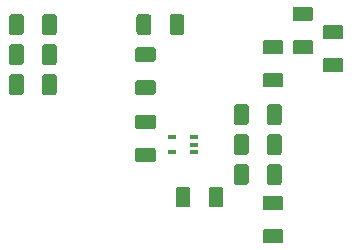
<source format=gbr>
G04 #@! TF.GenerationSoftware,KiCad,Pcbnew,(5.1.5)-3*
G04 #@! TF.CreationDate,2020-03-14T15:22:24+01:00*
G04 #@! TF.ProjectId,SesnorBoard,5365736e-6f72-4426-9f61-72642e6b6963,rev?*
G04 #@! TF.SameCoordinates,Original*
G04 #@! TF.FileFunction,Paste,Bot*
G04 #@! TF.FilePolarity,Positive*
%FSLAX46Y46*%
G04 Gerber Fmt 4.6, Leading zero omitted, Abs format (unit mm)*
G04 Created by KiCad (PCBNEW (5.1.5)-3) date 2020-03-14 15:22:24*
%MOMM*%
%LPD*%
G04 APERTURE LIST*
%ADD10C,0.100000*%
%ADD11R,0.650000X0.400000*%
G04 APERTURE END LIST*
D10*
G36*
X70754504Y301228796D02*
G01*
X70778773Y301225196D01*
X70802571Y301219235D01*
X70825671Y301210970D01*
X70847849Y301200480D01*
X70868893Y301187867D01*
X70888598Y301173253D01*
X70906777Y301156777D01*
X70923253Y301138598D01*
X70937867Y301118893D01*
X70950480Y301097849D01*
X70960970Y301075671D01*
X70969235Y301052571D01*
X70975196Y301028773D01*
X70978796Y301004504D01*
X70980000Y300980000D01*
X70980000Y299730000D01*
X70978796Y299705496D01*
X70975196Y299681227D01*
X70969235Y299657429D01*
X70960970Y299634329D01*
X70950480Y299612151D01*
X70937867Y299591107D01*
X70923253Y299571402D01*
X70906777Y299553223D01*
X70888598Y299536747D01*
X70868893Y299522133D01*
X70847849Y299509520D01*
X70825671Y299499030D01*
X70802571Y299490765D01*
X70778773Y299484804D01*
X70754504Y299481204D01*
X70730000Y299480000D01*
X69980000Y299480000D01*
X69955496Y299481204D01*
X69931227Y299484804D01*
X69907429Y299490765D01*
X69884329Y299499030D01*
X69862151Y299509520D01*
X69841107Y299522133D01*
X69821402Y299536747D01*
X69803223Y299553223D01*
X69786747Y299571402D01*
X69772133Y299591107D01*
X69759520Y299612151D01*
X69749030Y299634329D01*
X69740765Y299657429D01*
X69734804Y299681227D01*
X69731204Y299705496D01*
X69730000Y299730000D01*
X69730000Y300980000D01*
X69731204Y301004504D01*
X69734804Y301028773D01*
X69740765Y301052571D01*
X69749030Y301075671D01*
X69759520Y301097849D01*
X69772133Y301118893D01*
X69786747Y301138598D01*
X69803223Y301156777D01*
X69821402Y301173253D01*
X69841107Y301187867D01*
X69862151Y301200480D01*
X69884329Y301210970D01*
X69907429Y301219235D01*
X69931227Y301225196D01*
X69955496Y301228796D01*
X69980000Y301230000D01*
X70730000Y301230000D01*
X70754504Y301228796D01*
G37*
G36*
X73554504Y301228796D02*
G01*
X73578773Y301225196D01*
X73602571Y301219235D01*
X73625671Y301210970D01*
X73647849Y301200480D01*
X73668893Y301187867D01*
X73688598Y301173253D01*
X73706777Y301156777D01*
X73723253Y301138598D01*
X73737867Y301118893D01*
X73750480Y301097849D01*
X73760970Y301075671D01*
X73769235Y301052571D01*
X73775196Y301028773D01*
X73778796Y301004504D01*
X73780000Y300980000D01*
X73780000Y299730000D01*
X73778796Y299705496D01*
X73775196Y299681227D01*
X73769235Y299657429D01*
X73760970Y299634329D01*
X73750480Y299612151D01*
X73737867Y299591107D01*
X73723253Y299571402D01*
X73706777Y299553223D01*
X73688598Y299536747D01*
X73668893Y299522133D01*
X73647849Y299509520D01*
X73625671Y299499030D01*
X73602571Y299490765D01*
X73578773Y299484804D01*
X73554504Y299481204D01*
X73530000Y299480000D01*
X72780000Y299480000D01*
X72755496Y299481204D01*
X72731227Y299484804D01*
X72707429Y299490765D01*
X72684329Y299499030D01*
X72662151Y299509520D01*
X72641107Y299522133D01*
X72621402Y299536747D01*
X72603223Y299553223D01*
X72586747Y299571402D01*
X72572133Y299591107D01*
X72559520Y299612151D01*
X72549030Y299634329D01*
X72540765Y299657429D01*
X72534804Y299681227D01*
X72531204Y299705496D01*
X72530000Y299730000D01*
X72530000Y300980000D01*
X72531204Y301004504D01*
X72534804Y301028773D01*
X72540765Y301052571D01*
X72549030Y301075671D01*
X72559520Y301097849D01*
X72572133Y301118893D01*
X72586747Y301138598D01*
X72603223Y301156777D01*
X72621402Y301173253D01*
X72641107Y301187867D01*
X72662151Y301200480D01*
X72684329Y301210970D01*
X72707429Y301219235D01*
X72731227Y301225196D01*
X72755496Y301228796D01*
X72780000Y301230000D01*
X73530000Y301230000D01*
X73554504Y301228796D01*
G37*
G36*
X73554504Y298688796D02*
G01*
X73578773Y298685196D01*
X73602571Y298679235D01*
X73625671Y298670970D01*
X73647849Y298660480D01*
X73668893Y298647867D01*
X73688598Y298633253D01*
X73706777Y298616777D01*
X73723253Y298598598D01*
X73737867Y298578893D01*
X73750480Y298557849D01*
X73760970Y298535671D01*
X73769235Y298512571D01*
X73775196Y298488773D01*
X73778796Y298464504D01*
X73780000Y298440000D01*
X73780000Y297190000D01*
X73778796Y297165496D01*
X73775196Y297141227D01*
X73769235Y297117429D01*
X73760970Y297094329D01*
X73750480Y297072151D01*
X73737867Y297051107D01*
X73723253Y297031402D01*
X73706777Y297013223D01*
X73688598Y296996747D01*
X73668893Y296982133D01*
X73647849Y296969520D01*
X73625671Y296959030D01*
X73602571Y296950765D01*
X73578773Y296944804D01*
X73554504Y296941204D01*
X73530000Y296940000D01*
X72780000Y296940000D01*
X72755496Y296941204D01*
X72731227Y296944804D01*
X72707429Y296950765D01*
X72684329Y296959030D01*
X72662151Y296969520D01*
X72641107Y296982133D01*
X72621402Y296996747D01*
X72603223Y297013223D01*
X72586747Y297031402D01*
X72572133Y297051107D01*
X72559520Y297072151D01*
X72549030Y297094329D01*
X72540765Y297117429D01*
X72534804Y297141227D01*
X72531204Y297165496D01*
X72530000Y297190000D01*
X72530000Y298440000D01*
X72531204Y298464504D01*
X72534804Y298488773D01*
X72540765Y298512571D01*
X72549030Y298535671D01*
X72559520Y298557849D01*
X72572133Y298578893D01*
X72586747Y298598598D01*
X72603223Y298616777D01*
X72621402Y298633253D01*
X72641107Y298647867D01*
X72662151Y298660480D01*
X72684329Y298670970D01*
X72707429Y298679235D01*
X72731227Y298685196D01*
X72755496Y298688796D01*
X72780000Y298690000D01*
X73530000Y298690000D01*
X73554504Y298688796D01*
G37*
G36*
X70754504Y298688796D02*
G01*
X70778773Y298685196D01*
X70802571Y298679235D01*
X70825671Y298670970D01*
X70847849Y298660480D01*
X70868893Y298647867D01*
X70888598Y298633253D01*
X70906777Y298616777D01*
X70923253Y298598598D01*
X70937867Y298578893D01*
X70950480Y298557849D01*
X70960970Y298535671D01*
X70969235Y298512571D01*
X70975196Y298488773D01*
X70978796Y298464504D01*
X70980000Y298440000D01*
X70980000Y297190000D01*
X70978796Y297165496D01*
X70975196Y297141227D01*
X70969235Y297117429D01*
X70960970Y297094329D01*
X70950480Y297072151D01*
X70937867Y297051107D01*
X70923253Y297031402D01*
X70906777Y297013223D01*
X70888598Y296996747D01*
X70868893Y296982133D01*
X70847849Y296969520D01*
X70825671Y296959030D01*
X70802571Y296950765D01*
X70778773Y296944804D01*
X70754504Y296941204D01*
X70730000Y296940000D01*
X69980000Y296940000D01*
X69955496Y296941204D01*
X69931227Y296944804D01*
X69907429Y296950765D01*
X69884329Y296959030D01*
X69862151Y296969520D01*
X69841107Y296982133D01*
X69821402Y296996747D01*
X69803223Y297013223D01*
X69786747Y297031402D01*
X69772133Y297051107D01*
X69759520Y297072151D01*
X69749030Y297094329D01*
X69740765Y297117429D01*
X69734804Y297141227D01*
X69731204Y297165496D01*
X69730000Y297190000D01*
X69730000Y298440000D01*
X69731204Y298464504D01*
X69734804Y298488773D01*
X69740765Y298512571D01*
X69749030Y298535671D01*
X69759520Y298557849D01*
X69772133Y298578893D01*
X69786747Y298598598D01*
X69803223Y298616777D01*
X69821402Y298633253D01*
X69841107Y298647867D01*
X69862151Y298660480D01*
X69884329Y298670970D01*
X69907429Y298679235D01*
X69931227Y298685196D01*
X69955496Y298688796D01*
X69980000Y298690000D01*
X70730000Y298690000D01*
X70754504Y298688796D01*
G37*
G36*
X62879504Y300343796D02*
G01*
X62903773Y300340196D01*
X62927571Y300334235D01*
X62950671Y300325970D01*
X62972849Y300315480D01*
X62993893Y300302867D01*
X63013598Y300288253D01*
X63031777Y300271777D01*
X63048253Y300253598D01*
X63062867Y300233893D01*
X63075480Y300212849D01*
X63085970Y300190671D01*
X63094235Y300167571D01*
X63100196Y300143773D01*
X63103796Y300119504D01*
X63105000Y300095000D01*
X63105000Y299345000D01*
X63103796Y299320496D01*
X63100196Y299296227D01*
X63094235Y299272429D01*
X63085970Y299249329D01*
X63075480Y299227151D01*
X63062867Y299206107D01*
X63048253Y299186402D01*
X63031777Y299168223D01*
X63013598Y299151747D01*
X62993893Y299137133D01*
X62972849Y299124520D01*
X62950671Y299114030D01*
X62927571Y299105765D01*
X62903773Y299099804D01*
X62879504Y299096204D01*
X62855000Y299095000D01*
X61605000Y299095000D01*
X61580496Y299096204D01*
X61556227Y299099804D01*
X61532429Y299105765D01*
X61509329Y299114030D01*
X61487151Y299124520D01*
X61466107Y299137133D01*
X61446402Y299151747D01*
X61428223Y299168223D01*
X61411747Y299186402D01*
X61397133Y299206107D01*
X61384520Y299227151D01*
X61374030Y299249329D01*
X61365765Y299272429D01*
X61359804Y299296227D01*
X61356204Y299320496D01*
X61355000Y299345000D01*
X61355000Y300095000D01*
X61356204Y300119504D01*
X61359804Y300143773D01*
X61365765Y300167571D01*
X61374030Y300190671D01*
X61384520Y300212849D01*
X61397133Y300233893D01*
X61411747Y300253598D01*
X61428223Y300271777D01*
X61446402Y300288253D01*
X61466107Y300302867D01*
X61487151Y300315480D01*
X61509329Y300325970D01*
X61532429Y300334235D01*
X61556227Y300340196D01*
X61580496Y300343796D01*
X61605000Y300345000D01*
X62855000Y300345000D01*
X62879504Y300343796D01*
G37*
G36*
X62879504Y297543796D02*
G01*
X62903773Y297540196D01*
X62927571Y297534235D01*
X62950671Y297525970D01*
X62972849Y297515480D01*
X62993893Y297502867D01*
X63013598Y297488253D01*
X63031777Y297471777D01*
X63048253Y297453598D01*
X63062867Y297433893D01*
X63075480Y297412849D01*
X63085970Y297390671D01*
X63094235Y297367571D01*
X63100196Y297343773D01*
X63103796Y297319504D01*
X63105000Y297295000D01*
X63105000Y296545000D01*
X63103796Y296520496D01*
X63100196Y296496227D01*
X63094235Y296472429D01*
X63085970Y296449329D01*
X63075480Y296427151D01*
X63062867Y296406107D01*
X63048253Y296386402D01*
X63031777Y296368223D01*
X63013598Y296351747D01*
X62993893Y296337133D01*
X62972849Y296324520D01*
X62950671Y296314030D01*
X62927571Y296305765D01*
X62903773Y296299804D01*
X62879504Y296296204D01*
X62855000Y296295000D01*
X61605000Y296295000D01*
X61580496Y296296204D01*
X61556227Y296299804D01*
X61532429Y296305765D01*
X61509329Y296314030D01*
X61487151Y296324520D01*
X61466107Y296337133D01*
X61446402Y296351747D01*
X61428223Y296368223D01*
X61411747Y296386402D01*
X61397133Y296406107D01*
X61384520Y296427151D01*
X61374030Y296449329D01*
X61365765Y296472429D01*
X61359804Y296496227D01*
X61356204Y296520496D01*
X61355000Y296545000D01*
X61355000Y297295000D01*
X61356204Y297319504D01*
X61359804Y297343773D01*
X61365765Y297367571D01*
X61374030Y297390671D01*
X61384520Y297412849D01*
X61397133Y297433893D01*
X61411747Y297453598D01*
X61428223Y297471777D01*
X61446402Y297488253D01*
X61466107Y297502867D01*
X61487151Y297515480D01*
X61509329Y297525970D01*
X61532429Y297534235D01*
X61556227Y297540196D01*
X61580496Y297543796D01*
X61605000Y297545000D01*
X62855000Y297545000D01*
X62879504Y297543796D01*
G37*
G36*
X70754504Y296148796D02*
G01*
X70778773Y296145196D01*
X70802571Y296139235D01*
X70825671Y296130970D01*
X70847849Y296120480D01*
X70868893Y296107867D01*
X70888598Y296093253D01*
X70906777Y296076777D01*
X70923253Y296058598D01*
X70937867Y296038893D01*
X70950480Y296017849D01*
X70960970Y295995671D01*
X70969235Y295972571D01*
X70975196Y295948773D01*
X70978796Y295924504D01*
X70980000Y295900000D01*
X70980000Y294650000D01*
X70978796Y294625496D01*
X70975196Y294601227D01*
X70969235Y294577429D01*
X70960970Y294554329D01*
X70950480Y294532151D01*
X70937867Y294511107D01*
X70923253Y294491402D01*
X70906777Y294473223D01*
X70888598Y294456747D01*
X70868893Y294442133D01*
X70847849Y294429520D01*
X70825671Y294419030D01*
X70802571Y294410765D01*
X70778773Y294404804D01*
X70754504Y294401204D01*
X70730000Y294400000D01*
X69980000Y294400000D01*
X69955496Y294401204D01*
X69931227Y294404804D01*
X69907429Y294410765D01*
X69884329Y294419030D01*
X69862151Y294429520D01*
X69841107Y294442133D01*
X69821402Y294456747D01*
X69803223Y294473223D01*
X69786747Y294491402D01*
X69772133Y294511107D01*
X69759520Y294532151D01*
X69749030Y294554329D01*
X69740765Y294577429D01*
X69734804Y294601227D01*
X69731204Y294625496D01*
X69730000Y294650000D01*
X69730000Y295900000D01*
X69731204Y295924504D01*
X69734804Y295948773D01*
X69740765Y295972571D01*
X69749030Y295995671D01*
X69759520Y296017849D01*
X69772133Y296038893D01*
X69786747Y296058598D01*
X69803223Y296076777D01*
X69821402Y296093253D01*
X69841107Y296107867D01*
X69862151Y296120480D01*
X69884329Y296130970D01*
X69907429Y296139235D01*
X69931227Y296145196D01*
X69955496Y296148796D01*
X69980000Y296150000D01*
X70730000Y296150000D01*
X70754504Y296148796D01*
G37*
G36*
X73554504Y296148796D02*
G01*
X73578773Y296145196D01*
X73602571Y296139235D01*
X73625671Y296130970D01*
X73647849Y296120480D01*
X73668893Y296107867D01*
X73688598Y296093253D01*
X73706777Y296076777D01*
X73723253Y296058598D01*
X73737867Y296038893D01*
X73750480Y296017849D01*
X73760970Y295995671D01*
X73769235Y295972571D01*
X73775196Y295948773D01*
X73778796Y295924504D01*
X73780000Y295900000D01*
X73780000Y294650000D01*
X73778796Y294625496D01*
X73775196Y294601227D01*
X73769235Y294577429D01*
X73760970Y294554329D01*
X73750480Y294532151D01*
X73737867Y294511107D01*
X73723253Y294491402D01*
X73706777Y294473223D01*
X73688598Y294456747D01*
X73668893Y294442133D01*
X73647849Y294429520D01*
X73625671Y294419030D01*
X73602571Y294410765D01*
X73578773Y294404804D01*
X73554504Y294401204D01*
X73530000Y294400000D01*
X72780000Y294400000D01*
X72755496Y294401204D01*
X72731227Y294404804D01*
X72707429Y294410765D01*
X72684329Y294419030D01*
X72662151Y294429520D01*
X72641107Y294442133D01*
X72621402Y294456747D01*
X72603223Y294473223D01*
X72586747Y294491402D01*
X72572133Y294511107D01*
X72559520Y294532151D01*
X72549030Y294554329D01*
X72540765Y294577429D01*
X72534804Y294601227D01*
X72531204Y294625496D01*
X72530000Y294650000D01*
X72530000Y295900000D01*
X72531204Y295924504D01*
X72534804Y295948773D01*
X72540765Y295972571D01*
X72549030Y295995671D01*
X72559520Y296017849D01*
X72572133Y296038893D01*
X72586747Y296058598D01*
X72603223Y296076777D01*
X72621402Y296093253D01*
X72641107Y296107867D01*
X72662151Y296120480D01*
X72684329Y296130970D01*
X72707429Y296139235D01*
X72731227Y296145196D01*
X72755496Y296148796D01*
X72780000Y296150000D01*
X73530000Y296150000D01*
X73554504Y296148796D01*
G37*
G36*
X68604504Y294243796D02*
G01*
X68628773Y294240196D01*
X68652571Y294234235D01*
X68675671Y294225970D01*
X68697849Y294215480D01*
X68718893Y294202867D01*
X68738598Y294188253D01*
X68756777Y294171777D01*
X68773253Y294153598D01*
X68787867Y294133893D01*
X68800480Y294112849D01*
X68810970Y294090671D01*
X68819235Y294067571D01*
X68825196Y294043773D01*
X68828796Y294019504D01*
X68830000Y293995000D01*
X68830000Y292745000D01*
X68828796Y292720496D01*
X68825196Y292696227D01*
X68819235Y292672429D01*
X68810970Y292649329D01*
X68800480Y292627151D01*
X68787867Y292606107D01*
X68773253Y292586402D01*
X68756777Y292568223D01*
X68738598Y292551747D01*
X68718893Y292537133D01*
X68697849Y292524520D01*
X68675671Y292514030D01*
X68652571Y292505765D01*
X68628773Y292499804D01*
X68604504Y292496204D01*
X68580000Y292495000D01*
X67830000Y292495000D01*
X67805496Y292496204D01*
X67781227Y292499804D01*
X67757429Y292505765D01*
X67734329Y292514030D01*
X67712151Y292524520D01*
X67691107Y292537133D01*
X67671402Y292551747D01*
X67653223Y292568223D01*
X67636747Y292586402D01*
X67622133Y292606107D01*
X67609520Y292627151D01*
X67599030Y292649329D01*
X67590765Y292672429D01*
X67584804Y292696227D01*
X67581204Y292720496D01*
X67580000Y292745000D01*
X67580000Y293995000D01*
X67581204Y294019504D01*
X67584804Y294043773D01*
X67590765Y294067571D01*
X67599030Y294090671D01*
X67609520Y294112849D01*
X67622133Y294133893D01*
X67636747Y294153598D01*
X67653223Y294171777D01*
X67671402Y294188253D01*
X67691107Y294202867D01*
X67712151Y294215480D01*
X67734329Y294225970D01*
X67757429Y294234235D01*
X67781227Y294240196D01*
X67805496Y294243796D01*
X67830000Y294245000D01*
X68580000Y294245000D01*
X68604504Y294243796D01*
G37*
G36*
X65804504Y294243796D02*
G01*
X65828773Y294240196D01*
X65852571Y294234235D01*
X65875671Y294225970D01*
X65897849Y294215480D01*
X65918893Y294202867D01*
X65938598Y294188253D01*
X65956777Y294171777D01*
X65973253Y294153598D01*
X65987867Y294133893D01*
X66000480Y294112849D01*
X66010970Y294090671D01*
X66019235Y294067571D01*
X66025196Y294043773D01*
X66028796Y294019504D01*
X66030000Y293995000D01*
X66030000Y292745000D01*
X66028796Y292720496D01*
X66025196Y292696227D01*
X66019235Y292672429D01*
X66010970Y292649329D01*
X66000480Y292627151D01*
X65987867Y292606107D01*
X65973253Y292586402D01*
X65956777Y292568223D01*
X65938598Y292551747D01*
X65918893Y292537133D01*
X65897849Y292524520D01*
X65875671Y292514030D01*
X65852571Y292505765D01*
X65828773Y292499804D01*
X65804504Y292496204D01*
X65780000Y292495000D01*
X65030000Y292495000D01*
X65005496Y292496204D01*
X64981227Y292499804D01*
X64957429Y292505765D01*
X64934329Y292514030D01*
X64912151Y292524520D01*
X64891107Y292537133D01*
X64871402Y292551747D01*
X64853223Y292568223D01*
X64836747Y292586402D01*
X64822133Y292606107D01*
X64809520Y292627151D01*
X64799030Y292649329D01*
X64790765Y292672429D01*
X64784804Y292696227D01*
X64781204Y292720496D01*
X64780000Y292745000D01*
X64780000Y293995000D01*
X64781204Y294019504D01*
X64784804Y294043773D01*
X64790765Y294067571D01*
X64799030Y294090671D01*
X64809520Y294112849D01*
X64822133Y294133893D01*
X64836747Y294153598D01*
X64853223Y294171777D01*
X64871402Y294188253D01*
X64891107Y294202867D01*
X64912151Y294215480D01*
X64934329Y294225970D01*
X64957429Y294234235D01*
X64981227Y294240196D01*
X65005496Y294243796D01*
X65030000Y294245000D01*
X65780000Y294245000D01*
X65804504Y294243796D01*
G37*
G36*
X73674504Y306693796D02*
G01*
X73698773Y306690196D01*
X73722571Y306684235D01*
X73745671Y306675970D01*
X73767849Y306665480D01*
X73788893Y306652867D01*
X73808598Y306638253D01*
X73826777Y306621777D01*
X73843253Y306603598D01*
X73857867Y306583893D01*
X73870480Y306562849D01*
X73880970Y306540671D01*
X73889235Y306517571D01*
X73895196Y306493773D01*
X73898796Y306469504D01*
X73900000Y306445000D01*
X73900000Y305695000D01*
X73898796Y305670496D01*
X73895196Y305646227D01*
X73889235Y305622429D01*
X73880970Y305599329D01*
X73870480Y305577151D01*
X73857867Y305556107D01*
X73843253Y305536402D01*
X73826777Y305518223D01*
X73808598Y305501747D01*
X73788893Y305487133D01*
X73767849Y305474520D01*
X73745671Y305464030D01*
X73722571Y305455765D01*
X73698773Y305449804D01*
X73674504Y305446204D01*
X73650000Y305445000D01*
X72400000Y305445000D01*
X72375496Y305446204D01*
X72351227Y305449804D01*
X72327429Y305455765D01*
X72304329Y305464030D01*
X72282151Y305474520D01*
X72261107Y305487133D01*
X72241402Y305501747D01*
X72223223Y305518223D01*
X72206747Y305536402D01*
X72192133Y305556107D01*
X72179520Y305577151D01*
X72169030Y305599329D01*
X72160765Y305622429D01*
X72154804Y305646227D01*
X72151204Y305670496D01*
X72150000Y305695000D01*
X72150000Y306445000D01*
X72151204Y306469504D01*
X72154804Y306493773D01*
X72160765Y306517571D01*
X72169030Y306540671D01*
X72179520Y306562849D01*
X72192133Y306583893D01*
X72206747Y306603598D01*
X72223223Y306621777D01*
X72241402Y306638253D01*
X72261107Y306652867D01*
X72282151Y306665480D01*
X72304329Y306675970D01*
X72327429Y306684235D01*
X72351227Y306690196D01*
X72375496Y306693796D01*
X72400000Y306695000D01*
X73650000Y306695000D01*
X73674504Y306693796D01*
G37*
G36*
X73674504Y303893796D02*
G01*
X73698773Y303890196D01*
X73722571Y303884235D01*
X73745671Y303875970D01*
X73767849Y303865480D01*
X73788893Y303852867D01*
X73808598Y303838253D01*
X73826777Y303821777D01*
X73843253Y303803598D01*
X73857867Y303783893D01*
X73870480Y303762849D01*
X73880970Y303740671D01*
X73889235Y303717571D01*
X73895196Y303693773D01*
X73898796Y303669504D01*
X73900000Y303645000D01*
X73900000Y302895000D01*
X73898796Y302870496D01*
X73895196Y302846227D01*
X73889235Y302822429D01*
X73880970Y302799329D01*
X73870480Y302777151D01*
X73857867Y302756107D01*
X73843253Y302736402D01*
X73826777Y302718223D01*
X73808598Y302701747D01*
X73788893Y302687133D01*
X73767849Y302674520D01*
X73745671Y302664030D01*
X73722571Y302655765D01*
X73698773Y302649804D01*
X73674504Y302646204D01*
X73650000Y302645000D01*
X72400000Y302645000D01*
X72375496Y302646204D01*
X72351227Y302649804D01*
X72327429Y302655765D01*
X72304329Y302664030D01*
X72282151Y302674520D01*
X72261107Y302687133D01*
X72241402Y302701747D01*
X72223223Y302718223D01*
X72206747Y302736402D01*
X72192133Y302756107D01*
X72179520Y302777151D01*
X72169030Y302799329D01*
X72160765Y302822429D01*
X72154804Y302846227D01*
X72151204Y302870496D01*
X72150000Y302895000D01*
X72150000Y303645000D01*
X72151204Y303669504D01*
X72154804Y303693773D01*
X72160765Y303717571D01*
X72169030Y303740671D01*
X72179520Y303762849D01*
X72192133Y303783893D01*
X72206747Y303803598D01*
X72223223Y303821777D01*
X72241402Y303838253D01*
X72261107Y303852867D01*
X72282151Y303865480D01*
X72304329Y303875970D01*
X72327429Y303884235D01*
X72351227Y303890196D01*
X72375496Y303893796D01*
X72400000Y303895000D01*
X73650000Y303895000D01*
X73674504Y303893796D01*
G37*
G36*
X76214504Y309493796D02*
G01*
X76238773Y309490196D01*
X76262571Y309484235D01*
X76285671Y309475970D01*
X76307849Y309465480D01*
X76328893Y309452867D01*
X76348598Y309438253D01*
X76366777Y309421777D01*
X76383253Y309403598D01*
X76397867Y309383893D01*
X76410480Y309362849D01*
X76420970Y309340671D01*
X76429235Y309317571D01*
X76435196Y309293773D01*
X76438796Y309269504D01*
X76440000Y309245000D01*
X76440000Y308495000D01*
X76438796Y308470496D01*
X76435196Y308446227D01*
X76429235Y308422429D01*
X76420970Y308399329D01*
X76410480Y308377151D01*
X76397867Y308356107D01*
X76383253Y308336402D01*
X76366777Y308318223D01*
X76348598Y308301747D01*
X76328893Y308287133D01*
X76307849Y308274520D01*
X76285671Y308264030D01*
X76262571Y308255765D01*
X76238773Y308249804D01*
X76214504Y308246204D01*
X76190000Y308245000D01*
X74940000Y308245000D01*
X74915496Y308246204D01*
X74891227Y308249804D01*
X74867429Y308255765D01*
X74844329Y308264030D01*
X74822151Y308274520D01*
X74801107Y308287133D01*
X74781402Y308301747D01*
X74763223Y308318223D01*
X74746747Y308336402D01*
X74732133Y308356107D01*
X74719520Y308377151D01*
X74709030Y308399329D01*
X74700765Y308422429D01*
X74694804Y308446227D01*
X74691204Y308470496D01*
X74690000Y308495000D01*
X74690000Y309245000D01*
X74691204Y309269504D01*
X74694804Y309293773D01*
X74700765Y309317571D01*
X74709030Y309340671D01*
X74719520Y309362849D01*
X74732133Y309383893D01*
X74746747Y309403598D01*
X74763223Y309421777D01*
X74781402Y309438253D01*
X74801107Y309452867D01*
X74822151Y309465480D01*
X74844329Y309475970D01*
X74867429Y309484235D01*
X74891227Y309490196D01*
X74915496Y309493796D01*
X74940000Y309495000D01*
X76190000Y309495000D01*
X76214504Y309493796D01*
G37*
G36*
X76214504Y306693796D02*
G01*
X76238773Y306690196D01*
X76262571Y306684235D01*
X76285671Y306675970D01*
X76307849Y306665480D01*
X76328893Y306652867D01*
X76348598Y306638253D01*
X76366777Y306621777D01*
X76383253Y306603598D01*
X76397867Y306583893D01*
X76410480Y306562849D01*
X76420970Y306540671D01*
X76429235Y306517571D01*
X76435196Y306493773D01*
X76438796Y306469504D01*
X76440000Y306445000D01*
X76440000Y305695000D01*
X76438796Y305670496D01*
X76435196Y305646227D01*
X76429235Y305622429D01*
X76420970Y305599329D01*
X76410480Y305577151D01*
X76397867Y305556107D01*
X76383253Y305536402D01*
X76366777Y305518223D01*
X76348598Y305501747D01*
X76328893Y305487133D01*
X76307849Y305474520D01*
X76285671Y305464030D01*
X76262571Y305455765D01*
X76238773Y305449804D01*
X76214504Y305446204D01*
X76190000Y305445000D01*
X74940000Y305445000D01*
X74915496Y305446204D01*
X74891227Y305449804D01*
X74867429Y305455765D01*
X74844329Y305464030D01*
X74822151Y305474520D01*
X74801107Y305487133D01*
X74781402Y305501747D01*
X74763223Y305518223D01*
X74746747Y305536402D01*
X74732133Y305556107D01*
X74719520Y305577151D01*
X74709030Y305599329D01*
X74700765Y305622429D01*
X74694804Y305646227D01*
X74691204Y305670496D01*
X74690000Y305695000D01*
X74690000Y306445000D01*
X74691204Y306469504D01*
X74694804Y306493773D01*
X74700765Y306517571D01*
X74709030Y306540671D01*
X74719520Y306562849D01*
X74732133Y306583893D01*
X74746747Y306603598D01*
X74763223Y306621777D01*
X74781402Y306638253D01*
X74801107Y306652867D01*
X74822151Y306665480D01*
X74844329Y306675970D01*
X74867429Y306684235D01*
X74891227Y306690196D01*
X74915496Y306693796D01*
X74940000Y306695000D01*
X76190000Y306695000D01*
X76214504Y306693796D01*
G37*
G36*
X62879504Y303258796D02*
G01*
X62903773Y303255196D01*
X62927571Y303249235D01*
X62950671Y303240970D01*
X62972849Y303230480D01*
X62993893Y303217867D01*
X63013598Y303203253D01*
X63031777Y303186777D01*
X63048253Y303168598D01*
X63062867Y303148893D01*
X63075480Y303127849D01*
X63085970Y303105671D01*
X63094235Y303082571D01*
X63100196Y303058773D01*
X63103796Y303034504D01*
X63105000Y303010000D01*
X63105000Y302260000D01*
X63103796Y302235496D01*
X63100196Y302211227D01*
X63094235Y302187429D01*
X63085970Y302164329D01*
X63075480Y302142151D01*
X63062867Y302121107D01*
X63048253Y302101402D01*
X63031777Y302083223D01*
X63013598Y302066747D01*
X62993893Y302052133D01*
X62972849Y302039520D01*
X62950671Y302029030D01*
X62927571Y302020765D01*
X62903773Y302014804D01*
X62879504Y302011204D01*
X62855000Y302010000D01*
X61605000Y302010000D01*
X61580496Y302011204D01*
X61556227Y302014804D01*
X61532429Y302020765D01*
X61509329Y302029030D01*
X61487151Y302039520D01*
X61466107Y302052133D01*
X61446402Y302066747D01*
X61428223Y302083223D01*
X61411747Y302101402D01*
X61397133Y302121107D01*
X61384520Y302142151D01*
X61374030Y302164329D01*
X61365765Y302187429D01*
X61359804Y302211227D01*
X61356204Y302235496D01*
X61355000Y302260000D01*
X61355000Y303010000D01*
X61356204Y303034504D01*
X61359804Y303058773D01*
X61365765Y303082571D01*
X61374030Y303105671D01*
X61384520Y303127849D01*
X61397133Y303148893D01*
X61411747Y303168598D01*
X61428223Y303186777D01*
X61446402Y303203253D01*
X61466107Y303217867D01*
X61487151Y303230480D01*
X61509329Y303240970D01*
X61532429Y303249235D01*
X61556227Y303255196D01*
X61580496Y303258796D01*
X61605000Y303260000D01*
X62855000Y303260000D01*
X62879504Y303258796D01*
G37*
G36*
X62879504Y306058796D02*
G01*
X62903773Y306055196D01*
X62927571Y306049235D01*
X62950671Y306040970D01*
X62972849Y306030480D01*
X62993893Y306017867D01*
X63013598Y306003253D01*
X63031777Y305986777D01*
X63048253Y305968598D01*
X63062867Y305948893D01*
X63075480Y305927849D01*
X63085970Y305905671D01*
X63094235Y305882571D01*
X63100196Y305858773D01*
X63103796Y305834504D01*
X63105000Y305810000D01*
X63105000Y305060000D01*
X63103796Y305035496D01*
X63100196Y305011227D01*
X63094235Y304987429D01*
X63085970Y304964329D01*
X63075480Y304942151D01*
X63062867Y304921107D01*
X63048253Y304901402D01*
X63031777Y304883223D01*
X63013598Y304866747D01*
X62993893Y304852133D01*
X62972849Y304839520D01*
X62950671Y304829030D01*
X62927571Y304820765D01*
X62903773Y304814804D01*
X62879504Y304811204D01*
X62855000Y304810000D01*
X61605000Y304810000D01*
X61580496Y304811204D01*
X61556227Y304814804D01*
X61532429Y304820765D01*
X61509329Y304829030D01*
X61487151Y304839520D01*
X61466107Y304852133D01*
X61446402Y304866747D01*
X61428223Y304883223D01*
X61411747Y304901402D01*
X61397133Y304921107D01*
X61384520Y304942151D01*
X61374030Y304964329D01*
X61365765Y304987429D01*
X61359804Y305011227D01*
X61356204Y305035496D01*
X61355000Y305060000D01*
X61355000Y305810000D01*
X61356204Y305834504D01*
X61359804Y305858773D01*
X61365765Y305882571D01*
X61374030Y305905671D01*
X61384520Y305927849D01*
X61397133Y305948893D01*
X61411747Y305968598D01*
X61428223Y305986777D01*
X61446402Y306003253D01*
X61466107Y306017867D01*
X61487151Y306030480D01*
X61509329Y306040970D01*
X61532429Y306049235D01*
X61556227Y306055196D01*
X61580496Y306058796D01*
X61605000Y306060000D01*
X62855000Y306060000D01*
X62879504Y306058796D01*
G37*
G36*
X78754504Y307963796D02*
G01*
X78778773Y307960196D01*
X78802571Y307954235D01*
X78825671Y307945970D01*
X78847849Y307935480D01*
X78868893Y307922867D01*
X78888598Y307908253D01*
X78906777Y307891777D01*
X78923253Y307873598D01*
X78937867Y307853893D01*
X78950480Y307832849D01*
X78960970Y307810671D01*
X78969235Y307787571D01*
X78975196Y307763773D01*
X78978796Y307739504D01*
X78980000Y307715000D01*
X78980000Y306965000D01*
X78978796Y306940496D01*
X78975196Y306916227D01*
X78969235Y306892429D01*
X78960970Y306869329D01*
X78950480Y306847151D01*
X78937867Y306826107D01*
X78923253Y306806402D01*
X78906777Y306788223D01*
X78888598Y306771747D01*
X78868893Y306757133D01*
X78847849Y306744520D01*
X78825671Y306734030D01*
X78802571Y306725765D01*
X78778773Y306719804D01*
X78754504Y306716204D01*
X78730000Y306715000D01*
X77480000Y306715000D01*
X77455496Y306716204D01*
X77431227Y306719804D01*
X77407429Y306725765D01*
X77384329Y306734030D01*
X77362151Y306744520D01*
X77341107Y306757133D01*
X77321402Y306771747D01*
X77303223Y306788223D01*
X77286747Y306806402D01*
X77272133Y306826107D01*
X77259520Y306847151D01*
X77249030Y306869329D01*
X77240765Y306892429D01*
X77234804Y306916227D01*
X77231204Y306940496D01*
X77230000Y306965000D01*
X77230000Y307715000D01*
X77231204Y307739504D01*
X77234804Y307763773D01*
X77240765Y307787571D01*
X77249030Y307810671D01*
X77259520Y307832849D01*
X77272133Y307853893D01*
X77286747Y307873598D01*
X77303223Y307891777D01*
X77321402Y307908253D01*
X77341107Y307922867D01*
X77362151Y307935480D01*
X77384329Y307945970D01*
X77407429Y307954235D01*
X77431227Y307960196D01*
X77455496Y307963796D01*
X77480000Y307965000D01*
X78730000Y307965000D01*
X78754504Y307963796D01*
G37*
G36*
X78754504Y305163796D02*
G01*
X78778773Y305160196D01*
X78802571Y305154235D01*
X78825671Y305145970D01*
X78847849Y305135480D01*
X78868893Y305122867D01*
X78888598Y305108253D01*
X78906777Y305091777D01*
X78923253Y305073598D01*
X78937867Y305053893D01*
X78950480Y305032849D01*
X78960970Y305010671D01*
X78969235Y304987571D01*
X78975196Y304963773D01*
X78978796Y304939504D01*
X78980000Y304915000D01*
X78980000Y304165000D01*
X78978796Y304140496D01*
X78975196Y304116227D01*
X78969235Y304092429D01*
X78960970Y304069329D01*
X78950480Y304047151D01*
X78937867Y304026107D01*
X78923253Y304006402D01*
X78906777Y303988223D01*
X78888598Y303971747D01*
X78868893Y303957133D01*
X78847849Y303944520D01*
X78825671Y303934030D01*
X78802571Y303925765D01*
X78778773Y303919804D01*
X78754504Y303916204D01*
X78730000Y303915000D01*
X77480000Y303915000D01*
X77455496Y303916204D01*
X77431227Y303919804D01*
X77407429Y303925765D01*
X77384329Y303934030D01*
X77362151Y303944520D01*
X77341107Y303957133D01*
X77321402Y303971747D01*
X77303223Y303988223D01*
X77286747Y304006402D01*
X77272133Y304026107D01*
X77259520Y304047151D01*
X77249030Y304069329D01*
X77240765Y304092429D01*
X77234804Y304116227D01*
X77231204Y304140496D01*
X77230000Y304165000D01*
X77230000Y304915000D01*
X77231204Y304939504D01*
X77234804Y304963773D01*
X77240765Y304987571D01*
X77249030Y305010671D01*
X77259520Y305032849D01*
X77272133Y305053893D01*
X77286747Y305073598D01*
X77303223Y305091777D01*
X77321402Y305108253D01*
X77341107Y305122867D01*
X77362151Y305135480D01*
X77384329Y305145970D01*
X77407429Y305154235D01*
X77431227Y305160196D01*
X77455496Y305163796D01*
X77480000Y305165000D01*
X78730000Y305165000D01*
X78754504Y305163796D01*
G37*
G36*
X73674504Y290688796D02*
G01*
X73698773Y290685196D01*
X73722571Y290679235D01*
X73745671Y290670970D01*
X73767849Y290660480D01*
X73788893Y290647867D01*
X73808598Y290633253D01*
X73826777Y290616777D01*
X73843253Y290598598D01*
X73857867Y290578893D01*
X73870480Y290557849D01*
X73880970Y290535671D01*
X73889235Y290512571D01*
X73895196Y290488773D01*
X73898796Y290464504D01*
X73900000Y290440000D01*
X73900000Y289690000D01*
X73898796Y289665496D01*
X73895196Y289641227D01*
X73889235Y289617429D01*
X73880970Y289594329D01*
X73870480Y289572151D01*
X73857867Y289551107D01*
X73843253Y289531402D01*
X73826777Y289513223D01*
X73808598Y289496747D01*
X73788893Y289482133D01*
X73767849Y289469520D01*
X73745671Y289459030D01*
X73722571Y289450765D01*
X73698773Y289444804D01*
X73674504Y289441204D01*
X73650000Y289440000D01*
X72400000Y289440000D01*
X72375496Y289441204D01*
X72351227Y289444804D01*
X72327429Y289450765D01*
X72304329Y289459030D01*
X72282151Y289469520D01*
X72261107Y289482133D01*
X72241402Y289496747D01*
X72223223Y289513223D01*
X72206747Y289531402D01*
X72192133Y289551107D01*
X72179520Y289572151D01*
X72169030Y289594329D01*
X72160765Y289617429D01*
X72154804Y289641227D01*
X72151204Y289665496D01*
X72150000Y289690000D01*
X72150000Y290440000D01*
X72151204Y290464504D01*
X72154804Y290488773D01*
X72160765Y290512571D01*
X72169030Y290535671D01*
X72179520Y290557849D01*
X72192133Y290578893D01*
X72206747Y290598598D01*
X72223223Y290616777D01*
X72241402Y290633253D01*
X72261107Y290647867D01*
X72282151Y290660480D01*
X72304329Y290670970D01*
X72327429Y290679235D01*
X72351227Y290685196D01*
X72375496Y290688796D01*
X72400000Y290690000D01*
X73650000Y290690000D01*
X73674504Y290688796D01*
G37*
G36*
X73674504Y293488796D02*
G01*
X73698773Y293485196D01*
X73722571Y293479235D01*
X73745671Y293470970D01*
X73767849Y293460480D01*
X73788893Y293447867D01*
X73808598Y293433253D01*
X73826777Y293416777D01*
X73843253Y293398598D01*
X73857867Y293378893D01*
X73870480Y293357849D01*
X73880970Y293335671D01*
X73889235Y293312571D01*
X73895196Y293288773D01*
X73898796Y293264504D01*
X73900000Y293240000D01*
X73900000Y292490000D01*
X73898796Y292465496D01*
X73895196Y292441227D01*
X73889235Y292417429D01*
X73880970Y292394329D01*
X73870480Y292372151D01*
X73857867Y292351107D01*
X73843253Y292331402D01*
X73826777Y292313223D01*
X73808598Y292296747D01*
X73788893Y292282133D01*
X73767849Y292269520D01*
X73745671Y292259030D01*
X73722571Y292250765D01*
X73698773Y292244804D01*
X73674504Y292241204D01*
X73650000Y292240000D01*
X72400000Y292240000D01*
X72375496Y292241204D01*
X72351227Y292244804D01*
X72327429Y292250765D01*
X72304329Y292259030D01*
X72282151Y292269520D01*
X72261107Y292282133D01*
X72241402Y292296747D01*
X72223223Y292313223D01*
X72206747Y292331402D01*
X72192133Y292351107D01*
X72179520Y292372151D01*
X72169030Y292394329D01*
X72160765Y292417429D01*
X72154804Y292441227D01*
X72151204Y292465496D01*
X72150000Y292490000D01*
X72150000Y293240000D01*
X72151204Y293264504D01*
X72154804Y293288773D01*
X72160765Y293312571D01*
X72169030Y293335671D01*
X72179520Y293357849D01*
X72192133Y293378893D01*
X72206747Y293398598D01*
X72223223Y293416777D01*
X72241402Y293433253D01*
X72261107Y293447867D01*
X72282151Y293460480D01*
X72304329Y293470970D01*
X72327429Y293479235D01*
X72351227Y293485196D01*
X72375496Y293488796D01*
X72400000Y293490000D01*
X73650000Y293490000D01*
X73674504Y293488796D01*
G37*
G36*
X51704504Y303768796D02*
G01*
X51728773Y303765196D01*
X51752571Y303759235D01*
X51775671Y303750970D01*
X51797849Y303740480D01*
X51818893Y303727867D01*
X51838598Y303713253D01*
X51856777Y303696777D01*
X51873253Y303678598D01*
X51887867Y303658893D01*
X51900480Y303637849D01*
X51910970Y303615671D01*
X51919235Y303592571D01*
X51925196Y303568773D01*
X51928796Y303544504D01*
X51930000Y303520000D01*
X51930000Y302270000D01*
X51928796Y302245496D01*
X51925196Y302221227D01*
X51919235Y302197429D01*
X51910970Y302174329D01*
X51900480Y302152151D01*
X51887867Y302131107D01*
X51873253Y302111402D01*
X51856777Y302093223D01*
X51838598Y302076747D01*
X51818893Y302062133D01*
X51797849Y302049520D01*
X51775671Y302039030D01*
X51752571Y302030765D01*
X51728773Y302024804D01*
X51704504Y302021204D01*
X51680000Y302020000D01*
X50930000Y302020000D01*
X50905496Y302021204D01*
X50881227Y302024804D01*
X50857429Y302030765D01*
X50834329Y302039030D01*
X50812151Y302049520D01*
X50791107Y302062133D01*
X50771402Y302076747D01*
X50753223Y302093223D01*
X50736747Y302111402D01*
X50722133Y302131107D01*
X50709520Y302152151D01*
X50699030Y302174329D01*
X50690765Y302197429D01*
X50684804Y302221227D01*
X50681204Y302245496D01*
X50680000Y302270000D01*
X50680000Y303520000D01*
X50681204Y303544504D01*
X50684804Y303568773D01*
X50690765Y303592571D01*
X50699030Y303615671D01*
X50709520Y303637849D01*
X50722133Y303658893D01*
X50736747Y303678598D01*
X50753223Y303696777D01*
X50771402Y303713253D01*
X50791107Y303727867D01*
X50812151Y303740480D01*
X50834329Y303750970D01*
X50857429Y303759235D01*
X50881227Y303765196D01*
X50905496Y303768796D01*
X50930000Y303770000D01*
X51680000Y303770000D01*
X51704504Y303768796D01*
G37*
G36*
X54504504Y303768796D02*
G01*
X54528773Y303765196D01*
X54552571Y303759235D01*
X54575671Y303750970D01*
X54597849Y303740480D01*
X54618893Y303727867D01*
X54638598Y303713253D01*
X54656777Y303696777D01*
X54673253Y303678598D01*
X54687867Y303658893D01*
X54700480Y303637849D01*
X54710970Y303615671D01*
X54719235Y303592571D01*
X54725196Y303568773D01*
X54728796Y303544504D01*
X54730000Y303520000D01*
X54730000Y302270000D01*
X54728796Y302245496D01*
X54725196Y302221227D01*
X54719235Y302197429D01*
X54710970Y302174329D01*
X54700480Y302152151D01*
X54687867Y302131107D01*
X54673253Y302111402D01*
X54656777Y302093223D01*
X54638598Y302076747D01*
X54618893Y302062133D01*
X54597849Y302049520D01*
X54575671Y302039030D01*
X54552571Y302030765D01*
X54528773Y302024804D01*
X54504504Y302021204D01*
X54480000Y302020000D01*
X53730000Y302020000D01*
X53705496Y302021204D01*
X53681227Y302024804D01*
X53657429Y302030765D01*
X53634329Y302039030D01*
X53612151Y302049520D01*
X53591107Y302062133D01*
X53571402Y302076747D01*
X53553223Y302093223D01*
X53536747Y302111402D01*
X53522133Y302131107D01*
X53509520Y302152151D01*
X53499030Y302174329D01*
X53490765Y302197429D01*
X53484804Y302221227D01*
X53481204Y302245496D01*
X53480000Y302270000D01*
X53480000Y303520000D01*
X53481204Y303544504D01*
X53484804Y303568773D01*
X53490765Y303592571D01*
X53499030Y303615671D01*
X53509520Y303637849D01*
X53522133Y303658893D01*
X53536747Y303678598D01*
X53553223Y303696777D01*
X53571402Y303713253D01*
X53591107Y303727867D01*
X53612151Y303740480D01*
X53634329Y303750970D01*
X53657429Y303759235D01*
X53681227Y303765196D01*
X53705496Y303768796D01*
X53730000Y303770000D01*
X54480000Y303770000D01*
X54504504Y303768796D01*
G37*
D11*
X64455000Y298465000D03*
X64455000Y297165000D03*
X66355000Y297815000D03*
X66355000Y297165000D03*
X66355000Y298465000D03*
D10*
G36*
X51704504Y308848796D02*
G01*
X51728773Y308845196D01*
X51752571Y308839235D01*
X51775671Y308830970D01*
X51797849Y308820480D01*
X51818893Y308807867D01*
X51838598Y308793253D01*
X51856777Y308776777D01*
X51873253Y308758598D01*
X51887867Y308738893D01*
X51900480Y308717849D01*
X51910970Y308695671D01*
X51919235Y308672571D01*
X51925196Y308648773D01*
X51928796Y308624504D01*
X51930000Y308600000D01*
X51930000Y307350000D01*
X51928796Y307325496D01*
X51925196Y307301227D01*
X51919235Y307277429D01*
X51910970Y307254329D01*
X51900480Y307232151D01*
X51887867Y307211107D01*
X51873253Y307191402D01*
X51856777Y307173223D01*
X51838598Y307156747D01*
X51818893Y307142133D01*
X51797849Y307129520D01*
X51775671Y307119030D01*
X51752571Y307110765D01*
X51728773Y307104804D01*
X51704504Y307101204D01*
X51680000Y307100000D01*
X50930000Y307100000D01*
X50905496Y307101204D01*
X50881227Y307104804D01*
X50857429Y307110765D01*
X50834329Y307119030D01*
X50812151Y307129520D01*
X50791107Y307142133D01*
X50771402Y307156747D01*
X50753223Y307173223D01*
X50736747Y307191402D01*
X50722133Y307211107D01*
X50709520Y307232151D01*
X50699030Y307254329D01*
X50690765Y307277429D01*
X50684804Y307301227D01*
X50681204Y307325496D01*
X50680000Y307350000D01*
X50680000Y308600000D01*
X50681204Y308624504D01*
X50684804Y308648773D01*
X50690765Y308672571D01*
X50699030Y308695671D01*
X50709520Y308717849D01*
X50722133Y308738893D01*
X50736747Y308758598D01*
X50753223Y308776777D01*
X50771402Y308793253D01*
X50791107Y308807867D01*
X50812151Y308820480D01*
X50834329Y308830970D01*
X50857429Y308839235D01*
X50881227Y308845196D01*
X50905496Y308848796D01*
X50930000Y308850000D01*
X51680000Y308850000D01*
X51704504Y308848796D01*
G37*
G36*
X54504504Y308848796D02*
G01*
X54528773Y308845196D01*
X54552571Y308839235D01*
X54575671Y308830970D01*
X54597849Y308820480D01*
X54618893Y308807867D01*
X54638598Y308793253D01*
X54656777Y308776777D01*
X54673253Y308758598D01*
X54687867Y308738893D01*
X54700480Y308717849D01*
X54710970Y308695671D01*
X54719235Y308672571D01*
X54725196Y308648773D01*
X54728796Y308624504D01*
X54730000Y308600000D01*
X54730000Y307350000D01*
X54728796Y307325496D01*
X54725196Y307301227D01*
X54719235Y307277429D01*
X54710970Y307254329D01*
X54700480Y307232151D01*
X54687867Y307211107D01*
X54673253Y307191402D01*
X54656777Y307173223D01*
X54638598Y307156747D01*
X54618893Y307142133D01*
X54597849Y307129520D01*
X54575671Y307119030D01*
X54552571Y307110765D01*
X54528773Y307104804D01*
X54504504Y307101204D01*
X54480000Y307100000D01*
X53730000Y307100000D01*
X53705496Y307101204D01*
X53681227Y307104804D01*
X53657429Y307110765D01*
X53634329Y307119030D01*
X53612151Y307129520D01*
X53591107Y307142133D01*
X53571402Y307156747D01*
X53553223Y307173223D01*
X53536747Y307191402D01*
X53522133Y307211107D01*
X53509520Y307232151D01*
X53499030Y307254329D01*
X53490765Y307277429D01*
X53484804Y307301227D01*
X53481204Y307325496D01*
X53480000Y307350000D01*
X53480000Y308600000D01*
X53481204Y308624504D01*
X53484804Y308648773D01*
X53490765Y308672571D01*
X53499030Y308695671D01*
X53509520Y308717849D01*
X53522133Y308738893D01*
X53536747Y308758598D01*
X53553223Y308776777D01*
X53571402Y308793253D01*
X53591107Y308807867D01*
X53612151Y308820480D01*
X53634329Y308830970D01*
X53657429Y308839235D01*
X53681227Y308845196D01*
X53705496Y308848796D01*
X53730000Y308850000D01*
X54480000Y308850000D01*
X54504504Y308848796D01*
G37*
G36*
X54504504Y306308796D02*
G01*
X54528773Y306305196D01*
X54552571Y306299235D01*
X54575671Y306290970D01*
X54597849Y306280480D01*
X54618893Y306267867D01*
X54638598Y306253253D01*
X54656777Y306236777D01*
X54673253Y306218598D01*
X54687867Y306198893D01*
X54700480Y306177849D01*
X54710970Y306155671D01*
X54719235Y306132571D01*
X54725196Y306108773D01*
X54728796Y306084504D01*
X54730000Y306060000D01*
X54730000Y304810000D01*
X54728796Y304785496D01*
X54725196Y304761227D01*
X54719235Y304737429D01*
X54710970Y304714329D01*
X54700480Y304692151D01*
X54687867Y304671107D01*
X54673253Y304651402D01*
X54656777Y304633223D01*
X54638598Y304616747D01*
X54618893Y304602133D01*
X54597849Y304589520D01*
X54575671Y304579030D01*
X54552571Y304570765D01*
X54528773Y304564804D01*
X54504504Y304561204D01*
X54480000Y304560000D01*
X53730000Y304560000D01*
X53705496Y304561204D01*
X53681227Y304564804D01*
X53657429Y304570765D01*
X53634329Y304579030D01*
X53612151Y304589520D01*
X53591107Y304602133D01*
X53571402Y304616747D01*
X53553223Y304633223D01*
X53536747Y304651402D01*
X53522133Y304671107D01*
X53509520Y304692151D01*
X53499030Y304714329D01*
X53490765Y304737429D01*
X53484804Y304761227D01*
X53481204Y304785496D01*
X53480000Y304810000D01*
X53480000Y306060000D01*
X53481204Y306084504D01*
X53484804Y306108773D01*
X53490765Y306132571D01*
X53499030Y306155671D01*
X53509520Y306177849D01*
X53522133Y306198893D01*
X53536747Y306218598D01*
X53553223Y306236777D01*
X53571402Y306253253D01*
X53591107Y306267867D01*
X53612151Y306280480D01*
X53634329Y306290970D01*
X53657429Y306299235D01*
X53681227Y306305196D01*
X53705496Y306308796D01*
X53730000Y306310000D01*
X54480000Y306310000D01*
X54504504Y306308796D01*
G37*
G36*
X51704504Y306308796D02*
G01*
X51728773Y306305196D01*
X51752571Y306299235D01*
X51775671Y306290970D01*
X51797849Y306280480D01*
X51818893Y306267867D01*
X51838598Y306253253D01*
X51856777Y306236777D01*
X51873253Y306218598D01*
X51887867Y306198893D01*
X51900480Y306177849D01*
X51910970Y306155671D01*
X51919235Y306132571D01*
X51925196Y306108773D01*
X51928796Y306084504D01*
X51930000Y306060000D01*
X51930000Y304810000D01*
X51928796Y304785496D01*
X51925196Y304761227D01*
X51919235Y304737429D01*
X51910970Y304714329D01*
X51900480Y304692151D01*
X51887867Y304671107D01*
X51873253Y304651402D01*
X51856777Y304633223D01*
X51838598Y304616747D01*
X51818893Y304602133D01*
X51797849Y304589520D01*
X51775671Y304579030D01*
X51752571Y304570765D01*
X51728773Y304564804D01*
X51704504Y304561204D01*
X51680000Y304560000D01*
X50930000Y304560000D01*
X50905496Y304561204D01*
X50881227Y304564804D01*
X50857429Y304570765D01*
X50834329Y304579030D01*
X50812151Y304589520D01*
X50791107Y304602133D01*
X50771402Y304616747D01*
X50753223Y304633223D01*
X50736747Y304651402D01*
X50722133Y304671107D01*
X50709520Y304692151D01*
X50699030Y304714329D01*
X50690765Y304737429D01*
X50684804Y304761227D01*
X50681204Y304785496D01*
X50680000Y304810000D01*
X50680000Y306060000D01*
X50681204Y306084504D01*
X50684804Y306108773D01*
X50690765Y306132571D01*
X50699030Y306155671D01*
X50709520Y306177849D01*
X50722133Y306198893D01*
X50736747Y306218598D01*
X50753223Y306236777D01*
X50771402Y306253253D01*
X50791107Y306267867D01*
X50812151Y306280480D01*
X50834329Y306290970D01*
X50857429Y306299235D01*
X50881227Y306305196D01*
X50905496Y306308796D01*
X50930000Y306310000D01*
X51680000Y306310000D01*
X51704504Y306308796D01*
G37*
G36*
X65299504Y308848796D02*
G01*
X65323773Y308845196D01*
X65347571Y308839235D01*
X65370671Y308830970D01*
X65392849Y308820480D01*
X65413893Y308807867D01*
X65433598Y308793253D01*
X65451777Y308776777D01*
X65468253Y308758598D01*
X65482867Y308738893D01*
X65495480Y308717849D01*
X65505970Y308695671D01*
X65514235Y308672571D01*
X65520196Y308648773D01*
X65523796Y308624504D01*
X65525000Y308600000D01*
X65525000Y307350000D01*
X65523796Y307325496D01*
X65520196Y307301227D01*
X65514235Y307277429D01*
X65505970Y307254329D01*
X65495480Y307232151D01*
X65482867Y307211107D01*
X65468253Y307191402D01*
X65451777Y307173223D01*
X65433598Y307156747D01*
X65413893Y307142133D01*
X65392849Y307129520D01*
X65370671Y307119030D01*
X65347571Y307110765D01*
X65323773Y307104804D01*
X65299504Y307101204D01*
X65275000Y307100000D01*
X64525000Y307100000D01*
X64500496Y307101204D01*
X64476227Y307104804D01*
X64452429Y307110765D01*
X64429329Y307119030D01*
X64407151Y307129520D01*
X64386107Y307142133D01*
X64366402Y307156747D01*
X64348223Y307173223D01*
X64331747Y307191402D01*
X64317133Y307211107D01*
X64304520Y307232151D01*
X64294030Y307254329D01*
X64285765Y307277429D01*
X64279804Y307301227D01*
X64276204Y307325496D01*
X64275000Y307350000D01*
X64275000Y308600000D01*
X64276204Y308624504D01*
X64279804Y308648773D01*
X64285765Y308672571D01*
X64294030Y308695671D01*
X64304520Y308717849D01*
X64317133Y308738893D01*
X64331747Y308758598D01*
X64348223Y308776777D01*
X64366402Y308793253D01*
X64386107Y308807867D01*
X64407151Y308820480D01*
X64429329Y308830970D01*
X64452429Y308839235D01*
X64476227Y308845196D01*
X64500496Y308848796D01*
X64525000Y308850000D01*
X65275000Y308850000D01*
X65299504Y308848796D01*
G37*
G36*
X62499504Y308848796D02*
G01*
X62523773Y308845196D01*
X62547571Y308839235D01*
X62570671Y308830970D01*
X62592849Y308820480D01*
X62613893Y308807867D01*
X62633598Y308793253D01*
X62651777Y308776777D01*
X62668253Y308758598D01*
X62682867Y308738893D01*
X62695480Y308717849D01*
X62705970Y308695671D01*
X62714235Y308672571D01*
X62720196Y308648773D01*
X62723796Y308624504D01*
X62725000Y308600000D01*
X62725000Y307350000D01*
X62723796Y307325496D01*
X62720196Y307301227D01*
X62714235Y307277429D01*
X62705970Y307254329D01*
X62695480Y307232151D01*
X62682867Y307211107D01*
X62668253Y307191402D01*
X62651777Y307173223D01*
X62633598Y307156747D01*
X62613893Y307142133D01*
X62592849Y307129520D01*
X62570671Y307119030D01*
X62547571Y307110765D01*
X62523773Y307104804D01*
X62499504Y307101204D01*
X62475000Y307100000D01*
X61725000Y307100000D01*
X61700496Y307101204D01*
X61676227Y307104804D01*
X61652429Y307110765D01*
X61629329Y307119030D01*
X61607151Y307129520D01*
X61586107Y307142133D01*
X61566402Y307156747D01*
X61548223Y307173223D01*
X61531747Y307191402D01*
X61517133Y307211107D01*
X61504520Y307232151D01*
X61494030Y307254329D01*
X61485765Y307277429D01*
X61479804Y307301227D01*
X61476204Y307325496D01*
X61475000Y307350000D01*
X61475000Y308600000D01*
X61476204Y308624504D01*
X61479804Y308648773D01*
X61485765Y308672571D01*
X61494030Y308695671D01*
X61504520Y308717849D01*
X61517133Y308738893D01*
X61531747Y308758598D01*
X61548223Y308776777D01*
X61566402Y308793253D01*
X61586107Y308807867D01*
X61607151Y308820480D01*
X61629329Y308830970D01*
X61652429Y308839235D01*
X61676227Y308845196D01*
X61700496Y308848796D01*
X61725000Y308850000D01*
X62475000Y308850000D01*
X62499504Y308848796D01*
G37*
M02*

</source>
